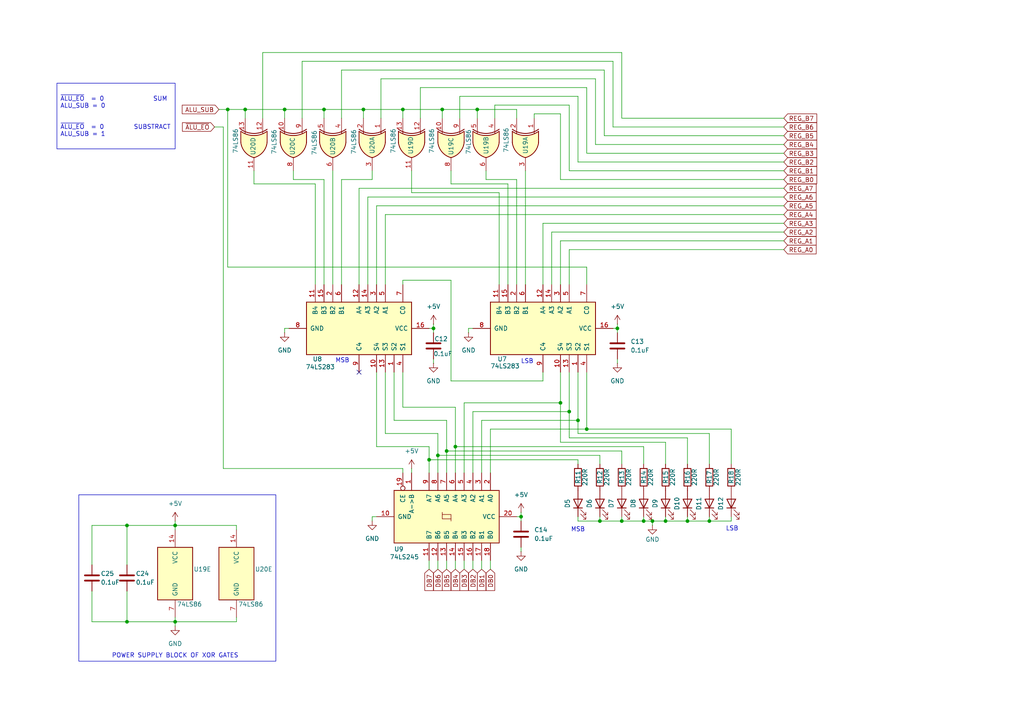
<source format=kicad_sch>
(kicad_sch (version 20231120) (generator "eeschema") (generator_version "8.0")
  (paper "A4")
  (title_block (title "ALU BLOCK") (date "2024-09-16") (rev "0.0") (company "MY COMPANY") (comment 1 "AUTHOR SAYAN RANA"))
  (lib_symbols
    (symbol "74xx:74LS245" (pin_names (offset 1.016))
      (property "Reference" "U" (at -7.62 16.51 0))
      (property "Value" "74LS245" (at -7.62 -16.51 0))
      (symbol "74LS245_1_0"
        (polyline (pts (xy -0.635 -1.27) (xy -0.635 1.27) (xy 0.635 1.27)))
        (polyline (pts (xy -1.27 -1.27) (xy 0.635 -1.27) (xy 0.635 1.27) (xy 1.27 1.27)))
        (pin input line (at -12.7 -10.16 0) (length 5.08) (name "A->B") (number "1"))
        (pin power_in line (at 0 -20.32 90) (length 5.08) (name "GND") (number "10"))
        (pin tri_state line (at 12.7 -5.08 180) (length 5.08) (name "B7") (number "11"))
        (pin tri_state line (at 12.7 -2.54 180) (length 5.08) (name "B6") (number "12"))
        (pin tri_state line (at 12.7 0 180) (length 5.08) (name "B5") (number "13"))
        (pin tri_state line (at 12.7 2.54 180) (length 5.08) (name "B4") (number "14"))
        (pin tri_state line (at 12.7 5.08 180) (length 5.08) (name "B3") (number "15"))
        (pin tri_state line (at 12.7 7.62 180) (length 5.08) (name "B2") (number "16"))
        (pin tri_state line (at 12.7 10.16 180) (length 5.08) (name "B1") (number "17"))
        (pin tri_state line (at 12.7 12.7 180) (length 5.08) (name "B0") (number "18"))
        (pin input inverted (at -12.7 -12.7 0) (length 5.08) (name "CE") (number "19"))
        (pin tri_state line (at -12.7 12.7 0) (length 5.08) (name "A0") (number "2"))
        (pin power_in line (at 0 20.32 270) (length 5.08) (name "VCC") (number "20"))
        (pin tri_state line (at -12.7 10.16 0) (length 5.08) (name "A1") (number "3"))
        (pin tri_state line (at -12.7 7.62 0) (length 5.08) (name "A2") (number "4"))
        (pin tri_state line (at -12.7 5.08 0) (length 5.08) (name "A3") (number "5"))
        (pin tri_state line (at -12.7 2.54 0) (length 5.08) (name "A4") (number "6"))
        (pin tri_state line (at -12.7 0 0) (length 5.08) (name "A5") (number "7"))
        (pin tri_state line (at -12.7 -2.54 0) (length 5.08) (name "A6") (number "8"))
        (pin tri_state line (at -12.7 -5.08 0) (length 5.08) (name "A7") (number "9"))
      )
      (symbol "74LS245_1_1"
        (rectangle (start -7.62 15.24) (end 7.62 -15.24) (stroke (width 0.254)) (fill (type background)))
      )
    )
    (symbol "74xx:74LS283" (pin_names (offset 1.016))
      (property "Reference" "U" (at -7.62 16.51 0))
      (property "Value" "74LS283" (at -7.62 -16.51 0))
      (symbol "74LS283_1_0"
        (pin output line (at 12.7 10.16 180) (length 5.08) (name "S2") (number "1"))
        (pin output line (at 12.7 5.08 180) (length 5.08) (name "S4") (number "10"))
        (pin input line (at -12.7 -12.7 0) (length 5.08) (name "B4") (number "11"))
        (pin input line (at -12.7 0 0) (length 5.08) (name "A4") (number "12"))
        (pin output line (at 12.7 7.62 180) (length 5.08) (name "S3") (number "13"))
        (pin input line (at -12.7 2.54 0) (length 5.08) (name "A3") (number "14"))
        (pin input line (at -12.7 -10.16 0) (length 5.08) (name "B3") (number "15"))
        (pin power_in line (at 0 20.32 270) (length 5.08) (name "VCC") (number "16"))
        (pin input line (at -12.7 -7.62 0) (length 5.08) (name "B2") (number "2"))
        (pin input line (at -12.7 5.08 0) (length 5.08) (name "A2") (number "3"))
        (pin output line (at 12.7 12.7 180) (length 5.08) (name "S1") (number "4"))
        (pin input line (at -12.7 7.62 0) (length 5.08) (name "A1") (number "5"))
        (pin input line (at -12.7 -5.08 0) (length 5.08) (name "B1") (number "6"))
        (pin input line (at -12.7 12.7 0) (length 5.08) (name "C0") (number "7"))
        (pin power_in line (at 0 -20.32 90) (length 5.08) (name "GND") (number "8"))
        (pin output line (at 12.7 0 180) (length 5.08) (name "C4") (number "9"))
      )
      (symbol "74LS283_1_1"
        (rectangle (start -7.62 15.24) (end 7.62 -15.24) (stroke (width 0.254)) (fill (type background)))
      )
    )
    (symbol "74xx:74LS86" (pin_names (offset 1.016))
      (property "Reference" "U" (at 0 1.27 0))
      (property "Value" "74LS86" (at 0 -1.27 0))
      (symbol "74LS86_1_0"
        (arc (start -4.4196 -3.81) (mid -3.2033 0) (end -4.4196 3.81) (stroke (width 0.254)))
        (arc (start -3.81 -3.81) (mid -2.589 0) (end -3.81 3.81) (stroke (width 0.254)))
        (arc (start -0.6096 -3.81) (mid 2.1842 -2.5851) (end 3.81 0) (stroke (width 0.254)) (fill (type background)))
        (polyline (pts (xy -3.81 -3.81) (xy -0.635 -3.81)) (stroke (width 0.254)) (fill (type background)))
        (polyline (pts (xy -3.81 3.81) (xy -0.635 3.81)) (stroke (width 0.254)) (fill (type background)))
        (polyline (pts (xy -0.635 3.81) (xy -3.81 3.81) (xy -3.81 3.81) (xy -3.556 3.4036) (xy -3.0226 2.2606) (xy -2.6924 1.0414) (xy -2.6162 -0.254) (xy -2.7686 -1.4986) (xy -3.175 -2.7178) (xy -3.81 -3.81) (xy -3.81 -3.81) (xy -0.635 -3.81)) (stroke (width -25.4)) (fill (type background)))
        (arc (start 3.81 0) (mid 2.1915 2.5936) (end -0.6096 3.81) (stroke (width 0.254)) (fill (type background)))
        (pin input line (at -7.62 2.54 0) (length 4.445) (name "~") (number "1"))
        (pin input line (at -7.62 -2.54 0) (length 4.445) (name "~") (number "2"))
        (pin output line (at 7.62 0 180) (length 3.81) (name "~") (number "3"))
      )
      (symbol "74LS86_1_1"
        (polyline (pts (xy -3.81 -2.54) (xy -3.175 -2.54)) (stroke (width 0.1524)))
        (polyline (pts (xy -3.81 2.54) (xy -3.175 2.54)) (stroke (width 0.1524)))
      )
      (symbol "74LS86_2_0"
        (arc (start -4.4196 -3.81) (mid -3.2033 0) (end -4.4196 3.81) (stroke (width 0.254)))
        (arc (start -3.81 -3.81) (mid -2.589 0) (end -3.81 3.81) (stroke (width 0.254)))
        (arc (start -0.6096 -3.81) (mid 2.1842 -2.5851) (end 3.81 0) (stroke (width 0.254)) (fill (type background)))
        (polyline (pts (xy -3.81 -3.81) (xy -0.635 -3.81)) (stroke (width 0.254)) (fill (type background)))
        (polyline (pts (xy -3.81 3.81) (xy -0.635 3.81)) (stroke (width 0.254)) (fill (type background)))
        (polyline (pts (xy -0.635 3.81) (xy -3.81 3.81) (xy -3.81 3.81) (xy -3.556 3.4036) (xy -3.0226 2.2606) (xy -2.6924 1.0414) (xy -2.6162 -0.254) (xy -2.7686 -1.4986) (xy -3.175 -2.7178) (xy -3.81 -3.81) (xy -3.81 -3.81) (xy -0.635 -3.81)) (stroke (width -25.4)) (fill (type background)))
        (arc (start 3.81 0) (mid 2.1915 2.5936) (end -0.6096 3.81) (stroke (width 0.254)) (fill (type background)))
        (pin input line (at -7.62 2.54 0) (length 4.445) (name "~") (number "4"))
        (pin input line (at -7.62 -2.54 0) (length 4.445) (name "~") (number "5"))
        (pin output line (at 7.62 0 180) (length 3.81) (name "~") (number "6"))
      )
      (symbol "74LS86_2_1"
        (polyline (pts (xy -3.81 -2.54) (xy -3.175 -2.54)) (stroke (width 0.1524)))
        (polyline (pts (xy -3.81 2.54) (xy -3.175 2.54)) (stroke (width 0.1524)))
      )
      (symbol "74LS86_3_0"
        (arc (start -4.4196 -3.81) (mid -3.2033 0) (end -4.4196 3.81) (stroke (width 0.254)))
        (arc (start -3.81 -3.81) (mid -2.589 0) (end -3.81 3.81) (stroke (width 0.254)))
        (arc (start -0.6096 -3.81) (mid 2.1842 -2.5851) (end 3.81 0) (stroke (width 0.254)) (fill (type background)))
        (polyline (pts (xy -3.81 -3.81) (xy -0.635 -3.81)) (stroke (width 0.254)) (fill (type background)))
        (polyline (pts (xy -3.81 3.81) (xy -0.635 3.81)) (stroke (width 0.254)) (fill (type background)))
        (polyline (pts (xy -0.635 3.81) (xy -3.81 3.81) (xy -3.81 3.81) (xy -3.556 3.4036) (xy -3.0226 2.2606) (xy -2.6924 1.0414) (xy -2.6162 -0.254) (xy -2.7686 -1.4986) (xy -3.175 -2.7178) (xy -3.81 -3.81) (xy -3.81 -3.81) (xy -0.635 -3.81)) (stroke (width -25.4)) (fill (type background)))
        (arc (start 3.81 0) (mid 2.1915 2.5936) (end -0.6096 3.81) (stroke (width 0.254)) (fill (type background)))
        (pin input line (at -7.62 -2.54 0) (length 4.445) (name "~") (number "10"))
        (pin output line (at 7.62 0 180) (length 3.81) (name "~") (number "8"))
        (pin input line (at -7.62 2.54 0) (length 4.445) (name "~") (number "9"))
      )
      (symbol "74LS86_3_1"
        (polyline (pts (xy -3.81 -2.54) (xy -3.175 -2.54)) (stroke (width 0.1524)))
        (polyline (pts (xy -3.81 2.54) (xy -3.175 2.54)) (stroke (width 0.1524)))
      )
      (symbol "74LS86_4_0"
        (arc (start -4.4196 -3.81) (mid -3.2033 0) (end -4.4196 3.81) (stroke (width 0.254)))
        (arc (start -3.81 -3.81) (mid -2.589 0) (end -3.81 3.81) (stroke (width 0.254)))
        (arc (start -0.6096 -3.81) (mid 2.1842 -2.5851) (end 3.81 0) (stroke (width 0.254)) (fill (type background)))
        (polyline (pts (xy -3.81 -3.81) (xy -0.635 -3.81)) (stroke (width 0.254)) (fill (type background)))
        (polyline (pts (xy -3.81 3.81) (xy -0.635 3.81)) (stroke (width 0.254)) (fill (type background)))
        (polyline (pts (xy -0.635 3.81) (xy -3.81 3.81) (xy -3.81 3.81) (xy -3.556 3.4036) (xy -3.0226 2.2606) (xy -2.6924 1.0414) (xy -2.6162 -0.254) (xy -2.7686 -1.4986) (xy -3.175 -2.7178) (xy -3.81 -3.81) (xy -3.81 -3.81) (xy -0.635 -3.81)) (stroke (width -25.4)) (fill (type background)))
        (arc (start 3.81 0) (mid 2.1915 2.5936) (end -0.6096 3.81) (stroke (width 0.254)) (fill (type background)))
        (pin output line (at 7.62 0 180) (length 3.81) (name "~") (number "11"))
        (pin input line (at -7.62 2.54 0) (length 4.445) (name "~") (number "12"))
        (pin input line (at -7.62 -2.54 0) (length 4.445) (name "~") (number "13"))
      )
      (symbol "74LS86_4_1"
        (polyline (pts (xy -3.81 -2.54) (xy -3.175 -2.54)) (stroke (width 0.1524)))
        (polyline (pts (xy -3.81 2.54) (xy -3.175 2.54)) (stroke (width 0.1524)))
      )
      (symbol "74LS86_5_0"
        (pin power_in line (at 0 12.7 270) (length 5.08) (name "VCC") (number "14"))
        (pin power_in line (at 0 -12.7 90) (length 5.08) (name "GND") (number "7"))
      )
      (symbol "74LS86_5_1"
        (rectangle (start -5.08 7.62) (end 5.08 -7.62) (stroke (width 0.254)) (fill (type background)))
      )
    )
    (symbol "Device:C" (pin_numbers hide) (pin_names (offset 0.254))
      (property "Reference" "C" (at 0.635 2.54 0))
      (property "Value" "C" (at 0.635 -2.54 0))
      (symbol "C_0_1"
        (polyline (pts (xy -2.032 -0.762) (xy 2.032 -0.762)) (stroke (width 0.508)))
        (polyline (pts (xy -2.032 0.762) (xy 2.032 0.762)) (stroke (width 0.508)))
      )
      (symbol "C_1_1"
        (pin passive line (at 0 3.81 270) (length 2.794) (name "~") (number "1"))
        (pin passive line (at 0 -3.81 90) (length 2.794) (name "~") (number "2"))
      )
    )
    (symbol "Device:LED" (pin_numbers hide) (pin_names (offset 1.016) hide)
      (property "Reference" "D" (at 0 2.54 0))
      (property "Value" "LED" (at 0 -2.54 0))
      (symbol "LED_0_1"
        (polyline (pts (xy -1.27 -1.27) (xy -1.27 1.27)) (stroke (width 0.254)))
        (polyline (pts (xy -1.27 0) (xy 1.27 0)))
        (polyline (pts (xy 1.27 -1.27) (xy 1.27 1.27) (xy -1.27 0) (xy 1.27 -1.27)) (stroke (width 0.254)))
        (polyline (pts (xy -3.048 -0.762) (xy -4.572 -2.286) (xy -3.81 -2.286) (xy -4.572 -2.286) (xy -4.572 -1.524)))
        (polyline (pts (xy -1.778 -0.762) (xy -3.302 -2.286) (xy -2.54 -2.286) (xy -3.302 -2.286) (xy -3.302 -1.524)))
      )
      (symbol "LED_1_1"
        (pin passive line (at -3.81 0 0) (length 2.54) (name "K") (number "1"))
        (pin passive line (at 3.81 0 180) (length 2.54) (name "A") (number "2"))
      )
    )
    (symbol "Device:R" (pin_numbers hide) (pin_names (offset 0))
      (property "Reference" "R" (at 2.032 0 90))
      (property "Value" "R" (at 0 0 90))
      (symbol "R_0_1"
        (rectangle (start -1.016 -2.54) (end 1.016 2.54) (stroke (width 0.254)))
      )
      (symbol "R_1_1"
        (pin passive line (at 0 3.81 270) (length 1.27) (name "~") (number "1"))
        (pin passive line (at 0 -3.81 90) (length 1.27) (name "~") (number "2"))
      )
    )
    (symbol "power:+5V" (power) (pin_numbers hide) (pin_names (offset 0) hide)
      (property "Value" "+5V" (at 0 3.556 0))
      (symbol "+5V_0_1"
        (polyline (pts (xy -0.762 1.27) (xy 0 2.54)))
        (polyline (pts (xy 0 0) (xy 0 2.54)))
        (polyline (pts (xy 0 2.54) (xy 0.762 1.27)))
      )
      (symbol "+5V_1_1"
        (pin power_in line (at 0 0 90) (length 0) (name "~") (number "1"))
      )
    )
    (symbol "power:GND" (power) (pin_numbers hide) (pin_names (offset 0) hide)
      (property "Value" "GND" (at 0 -3.81 0))
      (symbol "GND_0_1"
        (polyline (pts (xy 0 0) (xy 0 -1.27) (xy 1.27 -1.27) (xy 0 -2.54) (xy -1.27 -1.27) (xy 0 -1.27)))
      )
      (symbol "GND_1_1"
        (pin power_in line (at 0 0 270) (length 0) (name "~") (number "1"))
      )
    )
  )
  (junction (at 129.54 130.81))
  (junction (at 128.27 31.75))
  (junction (at 180.34 151.13))
  (junction (at 82.55 31.75))
  (junction (at 132.08 129.54))
  (junction (at 138.43 31.75))
  (junction (at 124.46 133.35))
  (junction (at 93.98 31.75))
  (junction (at 193.04 151.13))
  (junction (at 36.83 152.4))
  (junction (at 205.74 151.13))
  (junction (at 189.23 151.13))
  (junction (at 36.83 180.34))
  (junction (at 66.04 31.75))
  (junction (at 173.99 151.13))
  (junction (at 116.84 31.75))
  (junction (at 127 132.08))
  (junction (at 50.8 152.4))
  (junction (at 199.39 151.13))
  (junction (at 162.56 116.84))
  (junction (at 50.8 180.34))
  (junction (at 125.73 95.25))
  (junction (at 165.1 119.38))
  (junction (at 179.07 95.25))
  (junction (at 170.18 124.46))
  (junction (at 186.69 151.13))
  (junction (at 151.13 149.86))
  (junction (at 167.64 121.92))
  (junction (at 71.12 31.75))
  (junction (at 105.41 31.75))
  (no_connect (at 104.14 107.95))
  (wire (pts (xy 151.13 148.59) (xy 151.13 149.86)))
  (wire (pts (xy 199.39 127) (xy 199.39 134.62)))
  (wire (pts (xy 167.64 125.73) (xy 205.74 125.73)))
  (wire (pts (xy 186.69 151.13) (xy 189.23 151.13)))
  (wire (pts (xy 205.74 151.13) (xy 212.09 151.13)))
  (wire (pts (xy 180.34 151.13) (xy 186.69 151.13)))
  (wire (pts (xy 154.94 34.29) (xy 154.94 33.02)))
  (wire (pts (xy 162.56 116.84) (xy 162.56 128.27)))
  (wire (pts (xy 175.26 39.37) (xy 227.33 39.37)))
  (wire (pts (xy 142.24 124.46) (xy 170.18 124.46)))
  (wire (pts (xy 109.22 107.95) (xy 109.22 129.54)))
  (wire (pts (xy 212.09 124.46) (xy 212.09 134.62)))
  (wire (pts (xy 110.49 22.86) (xy 172.72 22.86)))
  (wire (pts (xy 64.77 36.83) (xy 62.23 36.83)))
  (wire (pts (xy 172.72 41.91) (xy 227.33 41.91)))
  (wire (pts (xy 99.06 52.07) (xy 107.95 52.07)))
  (wire (pts (xy 129.54 162.56) (xy 129.54 165.1)))
  (wire (pts (xy 66.04 77.47) (xy 170.18 77.47)))
  (wire (pts (xy 50.8 152.4) (xy 50.8 153.67)))
  (wire (pts (xy 26.67 180.34) (xy 36.83 180.34)))
  (wire (pts (xy 186.69 129.54) (xy 186.69 134.62)))
  (wire (pts (xy 186.69 129.54) (xy 132.08 129.54)))
  (wire (pts (xy 205.74 149.86) (xy 205.74 151.13)))
  (wire (pts (xy 50.8 180.34) (xy 68.58 180.34)))
  (wire (pts (xy 129.54 121.92) (xy 129.54 130.81)))
  (wire (pts (xy 157.48 107.95) (xy 157.48 110.49)))
  (wire (pts (xy 106.68 57.15) (xy 106.68 82.55)))
  (wire (pts (xy 173.99 149.86) (xy 173.99 151.13)))
  (wire (pts (xy 179.07 104.14) (xy 179.07 105.41)))
  (wire (pts (xy 109.22 59.69) (xy 109.22 82.55)))
  (wire (pts (xy 167.64 27.94) (xy 167.64 46.99)))
  (wire (pts (xy 177.8 17.78) (xy 177.8 36.83)))
  (wire (pts (xy 193.04 128.27) (xy 193.04 134.62)))
  (wire (pts (xy 124.46 133.35) (xy 124.46 137.16)))
  (wire (pts (xy 63.5 31.75) (xy 66.04 31.75)))
  (wire (pts (xy 127 132.08) (xy 173.99 132.08)))
  (wire (pts (xy 170.18 124.46) (xy 170.18 107.95)))
  (wire (pts (xy 227.33 67.31) (xy 160.02 67.31)))
  (wire (pts (xy 66.04 31.75) (xy 71.12 31.75)))
  (wire (pts (xy 193.04 151.13) (xy 199.39 151.13)))
  (wire (pts (xy 50.8 179.07) (xy 50.8 180.34)))
  (wire (pts (xy 173.99 132.08) (xy 173.99 134.62)))
  (wire (pts (xy 124.46 129.54) (xy 124.46 133.35)))
  (wire (pts (xy 82.55 31.75) (xy 82.55 34.29)))
  (wire (pts (xy 180.34 15.24) (xy 180.34 34.29)))
  (wire (pts (xy 116.84 107.95) (xy 116.84 118.11)))
  (wire (pts (xy 105.41 34.29) (xy 105.41 31.75)))
  (wire (pts (xy 149.86 52.07) (xy 140.97 52.07)))
  (wire (pts (xy 149.86 34.29) (xy 149.86 31.75)))
  (wire (pts (xy 227.33 59.69) (xy 109.22 59.69)))
  (wire (pts (xy 175.26 20.32) (xy 175.26 39.37)))
  (wire (pts (xy 167.64 121.92) (xy 167.64 125.73)))
  (wire (pts (xy 157.48 110.49) (xy 130.81 110.49)))
  (wire (pts (xy 134.62 137.16) (xy 134.62 116.84)))
  (wire (pts (xy 36.83 180.34) (xy 50.8 180.34)))
  (wire (pts (xy 149.86 82.55) (xy 149.86 52.07)))
  (wire (pts (xy 76.2 15.24) (xy 76.2 34.29)))
  (wire (pts (xy 124.46 95.25) (xy 125.73 95.25)))
  (wire (pts (xy 199.39 151.13) (xy 205.74 151.13)))
  (wire (pts (xy 85.09 52.07) (xy 85.09 49.53)))
  (wire (pts (xy 170.18 77.47) (xy 170.18 82.55)))
  (wire (pts (xy 143.51 30.48) (xy 165.1 30.48)))
  (wire (pts (xy 167.64 133.35) (xy 167.64 134.62)))
  (wire (pts (xy 130.81 81.28) (xy 116.84 81.28)))
  (wire (pts (xy 130.81 53.34) (xy 130.81 49.53)))
  (wire (pts (xy 165.1 82.55) (xy 165.1 72.39)))
  (wire (pts (xy 82.55 95.25) (xy 82.55 96.52)))
  (wire (pts (xy 114.3 107.95) (xy 114.3 121.92)))
  (wire (pts (xy 167.64 46.99) (xy 227.33 46.99)))
  (wire (pts (xy 111.76 125.73) (xy 127 125.73)))
  (wire (pts (xy 189.23 151.13) (xy 193.04 151.13)))
  (wire (pts (xy 199.39 149.86) (xy 199.39 151.13)))
  (wire (pts (xy 36.83 152.4) (xy 36.83 163.83)))
  (wire (pts (xy 107.95 149.86) (xy 109.22 149.86)))
  (wire (pts (xy 147.32 82.55) (xy 147.32 53.34)))
  (wire (pts (xy 83.82 95.25) (xy 82.55 95.25)))
  (wire (pts (xy 119.38 55.88) (xy 119.38 49.53)))
  (wire (pts (xy 165.1 49.53) (xy 227.33 49.53)))
  (wire (pts (xy 165.1 72.39) (xy 227.33 72.39)))
  (wire (pts (xy 50.8 180.34) (xy 50.8 181.61)))
  (wire (pts (xy 71.12 34.29) (xy 71.12 31.75)))
  (wire (pts (xy 172.72 22.86) (xy 172.72 41.91)))
  (wire (pts (xy 167.64 133.35) (xy 124.46 133.35)))
  (wire (pts (xy 105.41 31.75) (xy 116.84 31.75)))
  (wire (pts (xy 154.94 33.02) (xy 162.56 33.02)))
  (wire (pts (xy 177.8 36.83) (xy 227.33 36.83)))
  (wire (pts (xy 149.86 149.86) (xy 151.13 149.86)))
  (wire (pts (xy 125.73 104.14) (xy 125.73 105.41)))
  (wire (pts (xy 93.98 82.55) (xy 93.98 52.07)))
  (wire (pts (xy 137.16 162.56) (xy 137.16 165.1)))
  (wire (pts (xy 162.56 33.02) (xy 162.56 52.07)))
  (wire (pts (xy 133.35 27.94) (xy 133.35 34.29)))
  (wire (pts (xy 121.92 25.4) (xy 170.18 25.4)))
  (wire (pts (xy 99.06 52.07) (xy 99.06 82.55)))
  (wire (pts (xy 125.73 95.25) (xy 125.73 96.52)))
  (wire (pts (xy 107.95 151.13) (xy 107.95 149.86)))
  (wire (pts (xy 167.64 121.92) (xy 167.64 107.95)))
  (wire (pts (xy 140.97 52.07) (xy 140.97 49.53)))
  (wire (pts (xy 93.98 52.07) (xy 85.09 52.07)))
  (wire (pts (xy 165.1 30.48) (xy 165.1 49.53)))
  (wire (pts (xy 132.08 129.54) (xy 132.08 137.16)))
  (wire (pts (xy 205.74 125.73) (xy 205.74 134.62)))
  (wire (pts (xy 180.34 149.86) (xy 180.34 151.13)))
  (wire (pts (xy 167.64 151.13) (xy 173.99 151.13)))
  (wire (pts (xy 189.23 151.13) (xy 189.23 152.4)))
  (wire (pts (xy 138.43 31.75) (xy 138.43 34.29)))
  (wire (pts (xy 138.43 31.75) (xy 149.86 31.75)))
  (wire (pts (xy 139.7 162.56) (xy 139.7 165.1)))
  (wire (pts (xy 212.09 151.13) (xy 212.09 149.86)))
  (wire (pts (xy 116.84 31.75) (xy 128.27 31.75)))
  (wire (pts (xy 116.84 118.11) (xy 132.08 118.11)))
  (wire (pts (xy 142.24 137.16) (xy 142.24 124.46)))
  (wire (pts (xy 127 125.73) (xy 127 132.08)))
  (wire (pts (xy 134.62 116.84) (xy 162.56 116.84)))
  (wire (pts (xy 76.2 15.24) (xy 180.34 15.24)))
  (wire (pts (xy 26.67 171.45) (xy 26.67 180.34)))
  (wire (pts (xy 64.77 135.89) (xy 64.77 36.83)))
  (wire (pts (xy 152.4 49.53) (xy 152.4 82.55)))
  (wire (pts (xy 160.02 67.31) (xy 160.02 82.55)))
  (wire (pts (xy 50.8 152.4) (xy 68.58 152.4)))
  (wire (pts (xy 227.33 69.85) (xy 162.56 69.85)))
  (wire (pts (xy 157.48 64.77) (xy 157.48 82.55)))
  (wire (pts (xy 139.7 137.16) (xy 139.7 121.92)))
  (wire (pts (xy 227.33 57.15) (xy 106.68 57.15)))
  (wire (pts (xy 151.13 149.86) (xy 151.13 151.13)))
  (wire (pts (xy 116.84 137.16) (xy 116.84 135.89)))
  (wire (pts (xy 68.58 179.07) (xy 68.58 180.34)))
  (wire (pts (xy 170.18 44.45) (xy 227.33 44.45)))
  (wire (pts (xy 111.76 107.95) (xy 111.76 125.73)))
  (wire (pts (xy 36.83 152.4) (xy 50.8 152.4)))
  (wire (pts (xy 91.44 53.34) (xy 73.66 53.34)))
  (wire (pts (xy 143.51 34.29) (xy 143.51 30.48)))
  (wire (pts (xy 111.76 62.23) (xy 111.76 82.55)))
  (wire (pts (xy 116.84 81.28) (xy 116.84 82.55)))
  (wire (pts (xy 167.64 149.86) (xy 167.64 151.13)))
  (wire (pts (xy 227.33 62.23) (xy 111.76 62.23)))
  (wire (pts (xy 93.98 31.75) (xy 105.41 31.75)))
  (wire (pts (xy 135.89 95.25) (xy 135.89 96.52)))
  (wire (pts (xy 96.52 49.53) (xy 96.52 82.55)))
  (wire (pts (xy 119.38 135.89) (xy 119.38 137.16)))
  (wire (pts (xy 26.67 152.4) (xy 36.83 152.4)))
  (wire (pts (xy 227.33 54.61) (xy 104.14 54.61)))
  (wire (pts (xy 125.73 95.25) (xy 125.73 93.98)))
  (wire (pts (xy 144.78 55.88) (xy 119.38 55.88)))
  (wire (pts (xy 36.83 171.45) (xy 36.83 180.34)))
  (wire (pts (xy 179.07 96.52) (xy 179.07 95.25)))
  (wire (pts (xy 26.67 163.83) (xy 26.67 152.4)))
  (wire (pts (xy 180.34 34.29) (xy 227.33 34.29)))
  (wire (pts (xy 173.99 151.13) (xy 180.34 151.13)))
  (wire (pts (xy 127 162.56) (xy 127 165.1)))
  (wire (pts (xy 64.77 135.89) (xy 116.84 135.89)))
  (wire (pts (xy 162.56 52.07) (xy 227.33 52.07)))
  (wire (pts (xy 180.34 130.81) (xy 180.34 134.62)))
  (wire (pts (xy 132.08 118.11) (xy 132.08 129.54)))
  (wire (pts (xy 144.78 82.55) (xy 144.78 55.88)))
  (wire (pts (xy 137.16 95.25) (xy 135.89 95.25)))
  (wire (pts (xy 91.44 82.55) (xy 91.44 53.34)))
  (wire (pts (xy 170.18 25.4) (xy 170.18 44.45)))
  (wire (pts (xy 162.56 128.27) (xy 193.04 128.27)))
  (wire (pts (xy 186.69 149.86) (xy 186.69 151.13)))
  (wire (pts (xy 133.35 27.94) (xy 167.64 27.94)))
  (wire (pts (xy 179.07 95.25) (xy 177.8 95.25)))
  (wire (pts (xy 180.34 130.81) (xy 129.54 130.81)))
  (wire (pts (xy 93.98 34.29) (xy 93.98 31.75)))
  (wire (pts (xy 165.1 119.38) (xy 165.1 107.95)))
  (wire (pts (xy 121.92 25.4) (xy 121.92 34.29)))
  (wire (pts (xy 50.8 151.13) (xy 50.8 152.4)))
  (wire (pts (xy 162.56 116.84) (xy 162.56 107.95)))
  (wire (pts (xy 130.81 110.49) (xy 130.81 81.28)))
  (wire (pts (xy 99.06 20.32) (xy 99.06 34.29)))
  (wire (pts (xy 87.63 17.78) (xy 87.63 34.29)))
  (wire (pts (xy 165.1 127) (xy 199.39 127)))
  (wire (pts (xy 93.98 31.75) (xy 82.55 31.75)))
  (wire (pts (xy 114.3 121.92) (xy 129.54 121.92)))
  (wire (pts (xy 68.58 152.4) (xy 68.58 153.67)))
  (wire (pts (xy 139.7 121.92) (xy 167.64 121.92)))
  (wire (pts (xy 137.16 119.38) (xy 165.1 119.38)))
  (wire (pts (xy 227.33 64.77) (xy 157.48 64.77)))
  (wire (pts (xy 73.66 53.34) (xy 73.66 49.53)))
  (wire (pts (xy 66.04 31.75) (xy 66.04 77.47)))
  (wire (pts (xy 151.13 158.75) (xy 151.13 160.02)))
  (wire (pts (xy 87.63 17.78) (xy 177.8 17.78)))
  (wire (pts (xy 193.04 149.86) (xy 193.04 151.13)))
  (wire (pts (xy 147.32 53.34) (xy 130.81 53.34)))
  (wire (pts (xy 124.46 162.56) (xy 124.46 165.1)))
  (wire (pts (xy 142.24 162.56) (xy 142.24 165.1)))
  (wire (pts (xy 128.27 31.75) (xy 138.43 31.75)))
  (wire (pts (xy 128.27 31.75) (xy 128.27 34.29)))
  (wire (pts (xy 107.95 52.07) (xy 107.95 49.53)))
  (wire (pts (xy 71.12 31.75) (xy 82.55 31.75)))
  (wire (pts (xy 99.06 20.32) (xy 175.26 20.32)))
  (wire (pts (xy 137.16 137.16) (xy 137.16 119.38)))
  (wire (pts (xy 134.62 162.56) (xy 134.62 165.1)))
  (wire (pts (xy 162.56 69.85) (xy 162.56 82.55)))
  (wire (pts (xy 165.1 119.38) (xy 165.1 127)))
  (wire (pts (xy 109.22 129.54) (xy 124.46 129.54)))
  (wire (pts (xy 132.08 162.56) (xy 132.08 165.1)))
  (wire (pts (xy 110.49 22.86) (xy 110.49 34.29)))
  (wire (pts (xy 129.54 130.81) (xy 129.54 137.16)))
  (wire (pts (xy 170.18 124.46) (xy 212.09 124.46)))
  (wire (pts (xy 127 132.08) (xy 127 137.16)))
  (wire (pts (xy 104.14 54.61) (xy 104.14 82.55)))
  (wire (pts (xy 116.84 31.75) (xy 116.84 34.29)))
  (wire (pts (xy 179.07 93.98) (xy 179.07 95.25)))
  (rectangle (start 22.86 143.51) (end 80.01 191.77))
  (text_box "~{ALU_EO}  = 0			SUM\nALU_SUB = 0\n\n\n~{ALU_EO}  = 0         SUBSTRACT\nALU_SUB = 1\n" (at 16.51 24.13 0) (size 34.29 19.05) (effects (font (size 1.27 1.27)) (justify left)))
  (text "MSB" (at 99.314 104.648 0) (effects (font (size 1.27 1.27))))
  (text "POWER SUPPLY BLOCK OF XOR GATES" (at 50.8 190.246 0) (effects (font (size 1.27 1.27))))
  (text "LSB" (at 152.908 104.902 0) (effects (font (size 1.27 1.27))))
  (text "LSB" (at 212.344 153.416 0) (effects (font (size 1.27 1.27))))
  (text "MSB" (at 167.64 153.67 0) (effects (font (size 1.27 1.27))))
  (global_label "DB2" (shape input) (at 137.16 165.1 270) (property "Intersheetrefs" "${INTERSHEET_REFS}" (effects (hide yes))))
  (global_label "REG_B2" (shape input) (at 227.33 46.99 0) (property "Intersheetrefs" "${INTERSHEET_REFS}" (effects (hide yes))))
  (global_label "REG_B1" (shape input) (at 227.33 49.53 0) (property "Intersheetrefs" "${INTERSHEET_REFS}" (effects (hide yes))))
  (global_label "DB5" (shape input) (at 129.54 165.1 270) (property "Intersheetrefs" "${INTERSHEET_REFS}" (effects (hide yes))))
  (global_label "REG_B7" (shape input) (at 227.33 34.29 0) (property "Intersheetrefs" "${INTERSHEET_REFS}" (effects (hide yes))))
  (global_label "REG_A1" (shape input) (at 227.33 69.85 0) (property "Intersheetrefs" "${INTERSHEET_REFS}" (effects (hide yes))))
  (global_label "ALU_SUB" (shape input) (at 63.5 31.75 180) (property "Intersheetrefs" "${INTERSHEET_REFS}" (effects (hide yes))))
  (global_label "REG_B3" (shape input) (at 227.33 44.45 0) (property "Intersheetrefs" "${INTERSHEET_REFS}" (effects (hide yes))))
  (global_label "~{ALU_EO}" (shape input) (at 62.23 36.83 180) (property "Intersheetrefs" "${INTERSHEET_REFS}" (effects (hide yes))))
  (global_label "DB7" (shape input) (at 124.46 165.1 270) (property "Intersheetrefs" "${INTERSHEET_REFS}" (effects (hide yes))))
  (global_label "REG_B5" (shape input) (at 227.33 39.37 0) (property "Intersheetrefs" "${INTERSHEET_REFS}" (effects (hide yes))))
  (global_label "DB0" (shape input) (at 142.24 165.1 270) (property "Intersheetrefs" "${INTERSHEET_REFS}" (effects (hide yes))))
  (global_label "REG_B6" (shape input) (at 227.33 36.83 0) (property "Intersheetrefs" "${INTERSHEET_REFS}" (effects (hide yes))))
  (global_label "REG_A7" (shape input) (at 227.33 54.61 0) (property "Intersheetrefs" "${INTERSHEET_REFS}" (effects (hide yes))))
  (global_label "REG_A4" (shape input) (at 227.33 62.23 0) (property "Intersheetrefs" "${INTERSHEET_REFS}" (effects (hide yes))))
  (global_label "REG_A6" (shape input) (at 227.33 57.15 0) (property "Intersheetrefs" "${INTERSHEET_REFS}" (effects (hide yes))))
  (global_label "DB1" (shape input) (at 139.7 165.1 270) (property "Intersheetrefs" "${INTERSHEET_REFS}" (effects (hide yes))))
  (global_label "REG_B0" (shape input) (at 227.33 52.07 0) (property "Intersheetrefs" "${INTERSHEET_REFS}" (effects (hide yes))))
  (global_label "REG_B4" (shape input) (at 227.33 41.91 0) (property "Intersheetrefs" "${INTERSHEET_REFS}" (effects (hide yes))))
  (global_label "DB6" (shape input) (at 127 165.1 270) (property "Intersheetrefs" "${INTERSHEET_REFS}" (effects (hide yes))))
  (global_label "REG_A0" (shape input) (at 227.33 72.39 0) (property "Intersheetrefs" "${INTERSHEET_REFS}" (effects (hide yes))))
  (global_label "REG_A2" (shape input) (at 227.33 67.31 0) (property "Intersheetrefs" "${INTERSHEET_REFS}" (effects (hide yes))))
  (global_label "DB3" (shape input) (at 134.62 165.1 270) (property "Intersheetrefs" "${INTERSHEET_REFS}" (effects (hide yes))))
  (global_label "DB4" (shape input) (at 132.08 165.1 270) (property "Intersheetrefs" "${INTERSHEET_REFS}" (effects (hide yes))))
  (global_label "REG_A5" (shape input) (at 227.33 59.69 0) (property "Intersheetrefs" "${INTERSHEET_REFS}" (effects (hide yes))))
  (global_label "REG_A3" (shape input) (at 227.33 64.77 0) (property "Intersheetrefs" "${INTERSHEET_REFS}" (effects (hide yes))))
  (symbol (lib_id "power:GND") (at 107.95 151.13 0) (unit 1)
    (property "Reference" "#PWR020" (effects (hide yes)))
    (property "Value" "GND" (at 107.95 156.21 0))
    (property "Description" "Power symbol creates a global label with name \"GND\" , ground" (effects (hide yes)))
  )
  (symbol (lib_id "Device:LED") (at 199.39 146.05 90) (unit 1)
    (property "Reference" "D10" (at 196.342 146.05 0))
    (property "Value" "LED" (effects (hide yes)))
    (property "Description" "Light emitting diode" (effects (hide yes)))
  )
  (symbol (lib_id "power:GND") (at 82.55 96.52 0) (unit 1)
    (property "Reference" "#PWR018" (effects (hide yes)))
    (property "Value" "GND" (at 82.55 101.6 0))
    (property "Description" "Power symbol creates a global label with name \"GND\" , ground" (effects (hide yes)))
  )
  (symbol (lib_id "74xx:74LS86") (at 85.09 41.91 270) (unit 3)
    (property "Reference" "U20" (at 84.836 42.418 0))
    (property "Value" "74LS86" (at 79.502 41.148 0))
    (property "Datasheet" "74xx/74ls86.pdf" (effects (hide yes)))
    (property "Description" "Quad 2-input XOR" (effects (hide yes)))
  )
  (symbol (lib_id "power:+5V") (at 125.73 93.98 0) (unit 1)
    (property "Reference" "#PWR017" (effects (hide yes)))
    (property "Value" "+5V" (at 125.73 88.9 0))
    (property "Description" "Power symbol creates a global label with name \"+5V\"" (effects (hide yes)))
  )
  (symbol (lib_id "power:+5V") (at 151.13 148.59 0) (unit 1)
    (property "Reference" "#PWR021" (effects (hide yes)))
    (property "Value" "+5V" (at 151.13 143.51 0))
    (property "Description" "Power symbol creates a global label with name \"+5V\"" (effects (hide yes)))
  )
  (symbol (lib_id "Device:R") (at 173.99 138.43 180) (unit 1)
    (property "Reference" "R12" (at 173.99 138.43 90))
    (property "Value" "220R" (at 176.022 138.43 90))
    (property "Description" "Resistor" (effects (hide yes)))
  )
  (symbol (lib_id "Device:R") (at 186.69 138.43 180) (unit 1)
    (property "Reference" "R14" (at 186.69 138.43 90))
    (property "Value" "220R" (at 188.722 138.43 90))
    (property "Description" "Resistor" (effects (hide yes)))
  )
  (symbol (lib_id "Device:C") (at 36.83 167.64 0) (unit 1)
    (property "Reference" "C24" (at 39.37 166.37 0) (effects (justify left)))
    (property "Value" "0.1uF" (at 39.37 168.91 0) (effects (justify left)))
    (property "Description" "Unpolarized capacitor" (effects (hide yes)))
  )
  (symbol (lib_id "Device:C") (at 179.07 100.33 0) (unit 1)
    (property "Reference" "C13" (at 182.88 99.0599 0) (effects (justify left)))
    (property "Value" "0.1uF" (at 182.88 101.5999 0) (effects (justify left)))
    (property "Description" "Unpolarized capacitor" (effects (hide yes)))
  )
  (symbol (lib_id "Device:R") (at 205.74 138.43 180) (unit 1)
    (property "Reference" "R17" (at 205.74 138.43 90))
    (property "Value" "220R" (at 207.772 138.43 90))
    (property "Description" "Resistor" (effects (hide yes)))
  )
  (symbol (lib_id "Device:C") (at 26.67 167.64 0) (unit 1)
    (property "Reference" "C25" (at 29.21 166.37 0) (effects (justify left)))
    (property "Value" "0.1uF" (at 29.21 168.91 0) (effects (justify left)))
    (property "Description" "Unpolarized capacitor" (effects (hide yes)))
  )
  (symbol (lib_id "Device:C") (at 125.73 100.33 0) (unit 1)
    (property "Reference" "C12" (at 125.984 98.298 0) (effects (justify left)))
    (property "Value" "0.1uF" (at 125.73 102.616 0) (effects (justify left)))
    (property "Description" "Unpolarized capacitor" (effects (hide yes)))
  )
  (symbol (lib_id "74xx:74LS283") (at 104.14 95.25 270) (unit 1)
    (property "Reference" "U8" (at 90.678 104.14 90) (effects (justify left)))
    (property "Value" "74LS283" (at 88.646 106.426 90) (effects (justify left)))
    (property "Datasheet" "http://www.ti.com/lit/gpn/sn74LS283" (effects (hide yes)))
    (property "Description" "4-bit full Adder" (effects (hide yes)))
  )
  (symbol (lib_id "Device:R") (at 199.39 138.43 180) (unit 1)
    (property "Reference" "R16" (at 199.39 138.43 90))
    (property "Value" "220R" (at 201.422 138.43 90))
    (property "Description" "Resistor" (effects (hide yes)))
  )
  (symbol (lib_id "Device:R") (at 180.34 138.43 180) (unit 1)
    (property "Reference" "R13" (at 180.34 138.43 90))
    (property "Value" "220R" (at 182.372 138.43 90))
    (property "Description" "Resistor" (effects (hide yes)))
  )
  (symbol (lib_id "power:GND") (at 125.73 105.41 0) (unit 1)
    (property "Reference" "#PWR025" (effects (hide yes)))
    (property "Value" "GND" (at 125.73 110.49 0))
    (property "Description" "Power symbol creates a global label with name \"GND\" , ground" (effects (hide yes)))
  )
  (symbol (lib_id "74xx:74LS86") (at 152.4 41.91 270) (unit 1)
    (property "Reference" "U19" (at 152.4 42.164 0))
    (property "Value" "74LS86" (at 146.812 40.64 0))
    (property "Datasheet" "74xx/74ls86.pdf" (effects (hide yes)))
    (property "Description" "Quad 2-input XOR" (effects (hide yes)))
  )
  (symbol (lib_id "Device:LED") (at 180.34 146.05 90) (unit 1)
    (property "Reference" "D7" (at 177.292 146.05 0))
    (property "Value" "LED" (effects (hide yes)))
    (property "Description" "Light emitting diode" (effects (hide yes)))
  )
  (symbol (lib_id "74xx:74LS86") (at 96.52 41.91 270) (unit 2)
    (property "Reference" "U20" (at 96.52 42.418 0))
    (property "Value" "74LS86" (at 91.186 41.402 0))
    (property "Datasheet" "74xx/74ls86.pdf" (effects (hide yes)))
    (property "Description" "Quad 2-input XOR" (effects (hide yes)))
  )
  (symbol (lib_id "74xx:74LS86") (at 119.38 41.91 270) (unit 4)
    (property "Reference" "U19" (at 119.126 42.164 0))
    (property "Value" "74LS86" (at 114.046 40.894 0))
    (property "Datasheet" "74xx/74ls86.pdf" (effects (hide yes)))
    (property "Description" "Quad 2-input XOR" (effects (hide yes)))
  )
  (symbol (lib_id "74xx:74LS86") (at 68.58 166.37 0) (unit 5)
    (property "Reference" "U20" (at 73.914 165.1 0) (effects (justify left)))
    (property "Value" "74LS86" (at 69.088 175.26 0) (effects (justify left)))
    (property "Datasheet" "74xx/74ls86.pdf" (effects (hide yes)))
    (property "Description" "Quad 2-input XOR" (effects (hide yes)))
  )
  (symbol (lib_id "Device:LED") (at 205.74 146.05 90) (unit 1)
    (property "Reference" "D11" (at 202.692 146.05 0))
    (property "Value" "LED" (effects (hide yes)))
    (property "Description" "Light emitting diode" (effects (hide yes)))
  )
  (symbol (lib_id "power:GND") (at 179.07 105.41 0) (unit 1)
    (property "Reference" "#PWR024" (effects (hide yes)))
    (property "Value" "GND" (at 179.07 110.49 0))
    (property "Description" "Power symbol creates a global label with name \"GND\" , ground" (effects (hide yes)))
  )
  (symbol (lib_id "74xx:74LS283") (at 157.48 95.25 270) (unit 1)
    (property "Reference" "U7" (at 144.272 104.14 90) (effects (justify left)))
    (property "Value" "74LS283" (at 142.24 106.172 90) (effects (justify left)))
    (property "Datasheet" "http://www.ti.com/lit/gpn/sn74LS283" (effects (hide yes)))
    (property "Description" "4-bit full Adder" (effects (hide yes)))
  )
  (symbol (lib_id "74xx:74LS86") (at 73.66 41.91 270) (unit 4)
    (property "Reference" "U20" (at 73.406 42.418 0))
    (property "Value" "74LS86" (at 68.326 40.894 0))
    (property "Datasheet" "74xx/74ls86.pdf" (effects (hide yes)))
    (property "Description" "Quad 2-input XOR" (effects (hide yes)))
  )
  (symbol (lib_id "power:GND") (at 135.89 96.52 0) (unit 1)
    (property "Reference" "#PWR019" (effects (hide yes)))
    (property "Value" "GND" (at 135.89 101.6 0))
    (property "Description" "Power symbol creates a global label with name \"GND\" , ground" (effects (hide yes)))
  )
  (symbol (lib_id "Device:C") (at 151.13 154.94 0) (unit 1)
    (property "Reference" "C14" (at 154.94 153.6699 0) (effects (justify left)))
    (property "Value" "0.1uF" (at 154.94 156.2099 0) (effects (justify left)))
    (property "Description" "Unpolarized capacitor" (effects (hide yes)))
  )
  (symbol (lib_id "Device:LED") (at 186.69 146.05 90) (unit 1)
    (property "Reference" "D8" (at 183.642 146.05 0))
    (property "Value" "LED" (effects (hide yes)))
    (property "Description" "Light emitting diode" (effects (hide yes)))
  )
  (symbol (lib_id "power:+5V") (at 50.8 151.13 0) (unit 1)
    (property "Reference" "#PWR027" (effects (hide yes)))
    (property "Value" "+5V" (at 50.8 146.05 0))
    (property "Description" "Power symbol creates a global label with name \"+5V\"" (effects (hide yes)))
  )
  (symbol (lib_id "power:+5V") (at 119.38 135.89 0) (unit 1)
    (property "Reference" "#PWR026" (effects (hide yes)))
    (property "Value" "+5V" (at 119.38 130.81 0))
    (property "Description" "Power symbol creates a global label with name \"+5V\"" (effects (hide yes)))
  )
  (symbol (lib_id "Device:LED") (at 173.99 146.05 90) (unit 1)
    (property "Reference" "D6" (at 170.942 146.05 0))
    (property "Value" "LED" (effects (hide yes)))
    (property "Description" "Light emitting diode" (effects (hide yes)))
  )
  (symbol (lib_id "74xx:74LS86") (at 140.97 41.91 270) (unit 2)
    (property "Reference" "U19" (at 140.97 42.164 0))
    (property "Value" "74LS86" (at 135.89 41.148 0))
    (property "Datasheet" "74xx/74ls86.pdf" (effects (hide yes)))
    (property "Description" "Quad 2-input XOR" (effects (hide yes)))
  )
  (symbol (lib_id "power:+5V") (at 179.07 93.98 0) (unit 1)
    (property "Reference" "#PWR06" (effects (hide yes)))
    (property "Value" "+5V" (at 179.07 88.9 0))
    (property "Description" "Power symbol creates a global label with name \"+5V\"" (effects (hide yes)))
  )
  (symbol (lib_id "74xx:74LS245") (at 129.54 149.86 270) (unit 1)
    (property "Reference" "U9" (at 114.3 159.258 90) (effects (justify left)))
    (property "Value" "74LS245" (at 113.03 161.544 90) (effects (justify left)))
    (property "Datasheet" "http://www.ti.com/lit/gpn/sn74LS245" (effects (hide yes)))
    (property "Description" "Octal BUS Transceivers, 3-State outputs" (effects (hide yes)))
  )
  (symbol (lib_id "Device:R") (at 193.04 138.43 180) (unit 1)
    (property "Reference" "R15" (at 193.04 138.43 90))
    (property "Value" "220R" (at 195.072 138.43 90))
    (property "Description" "Resistor" (effects (hide yes)))
  )
  (symbol (lib_id "power:GND") (at 50.8 181.61 0) (unit 1)
    (property "Reference" "#PWR028" (effects (hide yes)))
    (property "Value" "GND" (at 50.8 186.69 0))
    (property "Description" "Power symbol creates a global label with name \"GND\" , ground" (effects (hide yes)))
  )
  (symbol (lib_id "74xx:74LS86") (at 107.95 41.91 270) (unit 1)
    (property "Reference" "U20" (at 107.95 42.164 0))
    (property "Value" "74LS86" (at 102.616 41.148 0))
    (property "Datasheet" "74xx/74ls86.pdf" (effects (hide yes)))
    (property "Description" "Quad 2-input XOR" (effects (hide yes)))
  )
  (symbol (lib_id "Device:LED") (at 167.64 146.05 90) (unit 1)
    (property "Reference" "D5" (at 164.592 146.05 0))
    (property "Value" "LED" (effects (hide yes)))
    (property "Description" "Light emitting diode" (effects (hide yes)))
  )
  (symbol (lib_id "74xx:74LS86") (at 130.81 41.91 270) (unit 3)
    (property "Reference" "U19" (at 130.81 42.418 0))
    (property "Value" "74LS86" (at 125.222 40.894 0))
    (property "Datasheet" "74xx/74ls86.pdf" (effects (hide yes)))
    (property "Description" "Quad 2-input XOR" (effects (hide yes)))
  )
  (symbol (lib_id "Device:R") (at 212.09 138.43 180) (unit 1)
    (property "Reference" "R18" (at 212.09 138.43 90))
    (property "Value" "220R" (at 214.122 138.43 90))
    (property "Description" "Resistor" (effects (hide yes)))
  )
  (symbol (lib_id "power:GND") (at 151.13 160.02 0) (unit 1)
    (property "Reference" "#PWR023" (effects (hide yes)))
    (property "Value" "GND" (at 151.13 165.1 0))
    (property "Description" "Power symbol creates a global label with name \"GND\" , ground" (effects (hide yes)))
  )
  (symbol (lib_id "power:GND") (at 189.23 152.4 0) (unit 1)
    (property "Reference" "#PWR022" (effects (hide yes)))
    (property "Value" "GND" (at 189.23 156.464 0))
    (property "Description" "Power symbol creates a global label with name \"GND\" , ground" (effects (hide yes)))
  )
  (symbol (lib_id "74xx:74LS86") (at 50.8 166.37 0) (unit 5)
    (property "Reference" "U19" (at 56.134 165.1 0) (effects (justify left)))
    (property "Value" "74LS86" (at 51.308 175.26 0) (effects (justify left)))
    (property "Datasheet" "74xx/74ls86.pdf" (effects (hide yes)))
    (property "Description" "Quad 2-input XOR" (effects (hide yes)))
  )
  (symbol (lib_id "Device:LED") (at 193.04 146.05 90) (unit 1)
    (property "Reference" "D9" (at 189.992 146.05 0))
    (property "Value" "LED" (effects (hide yes)))
    (property "Description" "Light emitting diode" (effects (hide yes)))
  )
  (symbol (lib_id "Device:R") (at 167.64 138.43 180) (unit 1)
    (property "Reference" "R11" (at 167.64 138.43 90))
    (property "Value" "220R" (at 169.672 138.43 90))
    (property "Description" "Resistor" (effects (hide yes)))
  )
  (symbol (lib_id "Device:LED") (at 212.09 146.05 90) (unit 1)
    (property "Reference" "D12" (at 209.042 146.05 0))
    (property "Value" "LED" (effects (hide yes)))
    (property "Description" "Light emitting diode" (effects (hide yes)))
  )
)
</source>
